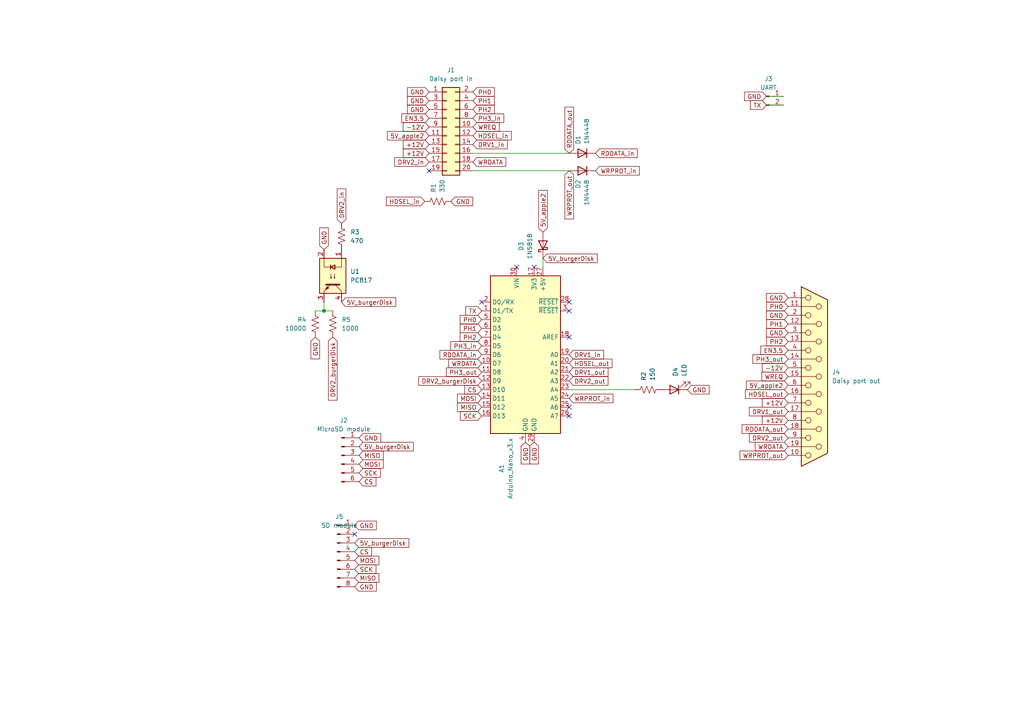
<source format=kicad_sch>
(kicad_sch (version 20230121) (generator eeschema)
  (paper "A4")
  (lib_symbols
    (symbol "Connector:Conn_01x02_Pin" (pin_names (offset 1.016) hide)
      (property "Reference" "J" (at 0 2.54 0))
      (property "Value" "Conn_01x02_Pin" (at 0 -5.08 0))
      (symbol "Conn_01x02_Pin_1_1"
        (polyline (pts (xy 1.27 -2.54) (xy 0.8636 -2.54)) (stroke (width 0.1524)))
        (polyline (pts (xy 1.27 0) (xy 0.8636 0)) (stroke (width 0.1524)))
        (rectangle (start 0.8636 -2.413) (end 0 -2.667) (stroke (width 0.1524)) (fill (type outline)))
        (rectangle (start 0.8636 0.127) (end 0 -0.127) (stroke (width 0.1524)) (fill (type outline)))
        (pin passive line (at 5.08 0 180) (length 3.81) (name "Pin_1") (number "1"))
        (pin passive line (at 5.08 -2.54 180) (length 3.81) (name "Pin_2") (number "2"))
      )
    )
    (symbol "Connector:Conn_01x06_Pin" (pin_names (offset 1.016) hide)
      (property "Reference" "J" (at 0 7.62 0))
      (property "Value" "Conn_01x06_Pin" (at 0 -10.16 0))
      (symbol "Conn_01x06_Pin_1_1"
        (polyline (pts (xy 1.27 -7.62) (xy 0.8636 -7.62)) (stroke (width 0.1524)))
        (polyline (pts (xy 1.27 -5.08) (xy 0.8636 -5.08)) (stroke (width 0.1524)))
        (polyline (pts (xy 1.27 -2.54) (xy 0.8636 -2.54)) (stroke (width 0.1524)))
        (polyline (pts (xy 1.27 0) (xy 0.8636 0)) (stroke (width 0.1524)))
        (polyline (pts (xy 1.27 2.54) (xy 0.8636 2.54)) (stroke (width 0.1524)))
        (polyline (pts (xy 1.27 5.08) (xy 0.8636 5.08)) (stroke (width 0.1524)))
        (rectangle (start 0.8636 -7.493) (end 0 -7.747) (stroke (width 0.1524)) (fill (type outline)))
        (rectangle (start 0.8636 -4.953) (end 0 -5.207) (stroke (width 0.1524)) (fill (type outline)))
        (rectangle (start 0.8636 -2.413) (end 0 -2.667) (stroke (width 0.1524)) (fill (type outline)))
        (rectangle (start 0.8636 0.127) (end 0 -0.127) (stroke (width 0.1524)) (fill (type outline)))
        (rectangle (start 0.8636 2.667) (end 0 2.413) (stroke (width 0.1524)) (fill (type outline)))
        (rectangle (start 0.8636 5.207) (end 0 4.953) (stroke (width 0.1524)) (fill (type outline)))
        (pin passive line (at 5.08 5.08 180) (length 3.81) (name "Pin_1") (number "1"))
        (pin passive line (at 5.08 2.54 180) (length 3.81) (name "Pin_2") (number "2"))
        (pin passive line (at 5.08 0 180) (length 3.81) (name "Pin_3") (number "3"))
        (pin passive line (at 5.08 -2.54 180) (length 3.81) (name "Pin_4") (number "4"))
        (pin passive line (at 5.08 -5.08 180) (length 3.81) (name "Pin_5") (number "5"))
        (pin passive line (at 5.08 -7.62 180) (length 3.81) (name "Pin_6") (number "6"))
      )
    )
    (symbol "Connector:Conn_01x08_Pin" (pin_names (offset 1.016) hide)
      (property "Reference" "J" (at 0 10.16 0))
      (property "Value" "Conn_01x08_Pin" (at 0 -12.7 0))
      (symbol "Conn_01x08_Pin_1_1"
        (polyline (pts (xy 1.27 -10.16) (xy 0.8636 -10.16)) (stroke (width 0.1524)))
        (polyline (pts (xy 1.27 -7.62) (xy 0.8636 -7.62)) (stroke (width 0.1524)))
        (polyline (pts (xy 1.27 -5.08) (xy 0.8636 -5.08)) (stroke (width 0.1524)))
        (polyline (pts (xy 1.27 -2.54) (xy 0.8636 -2.54)) (stroke (width 0.1524)))
        (polyline (pts (xy 1.27 0) (xy 0.8636 0)) (stroke (width 0.1524)))
        (polyline (pts (xy 1.27 2.54) (xy 0.8636 2.54)) (stroke (width 0.1524)))
        (polyline (pts (xy 1.27 5.08) (xy 0.8636 5.08)) (stroke (width 0.1524)))
        (polyline (pts (xy 1.27 7.62) (xy 0.8636 7.62)) (stroke (width 0.1524)))
        (rectangle (start 0.8636 -10.033) (end 0 -10.287) (stroke (width 0.1524)) (fill (type outline)))
        (rectangle (start 0.8636 -7.493) (end 0 -7.747) (stroke (width 0.1524)) (fill (type outline)))
        (rectangle (start 0.8636 -4.953) (end 0 -5.207) (stroke (width 0.1524)) (fill (type outline)))
        (rectangle (start 0.8636 -2.413) (end 0 -2.667) (stroke (width 0.1524)) (fill (type outline)))
        (rectangle (start 0.8636 0.127) (end 0 -0.127) (stroke (width 0.1524)) (fill (type outline)))
        (rectangle (start 0.8636 2.667) (end 0 2.413) (stroke (width 0.1524)) (fill (type outline)))
        (rectangle (start 0.8636 5.207) (end 0 4.953) (stroke (width 0.1524)) (fill (type outline)))
        (rectangle (start 0.8636 7.747) (end 0 7.493) (stroke (width 0.1524)) (fill (type outline)))
        (pin passive line (at 5.08 7.62 180) (length 3.81) (name "Pin_1") (number "1"))
        (pin passive line (at 5.08 5.08 180) (length 3.81) (name "Pin_2") (number "2"))
        (pin passive line (at 5.08 2.54 180) (length 3.81) (name "Pin_3") (number "3"))
        (pin passive line (at 5.08 0 180) (length 3.81) (name "Pin_4") (number "4"))
        (pin passive line (at 5.08 -2.54 180) (length 3.81) (name "Pin_5") (number "5"))
        (pin passive line (at 5.08 -5.08 180) (length 3.81) (name "Pin_6") (number "6"))
        (pin passive line (at 5.08 -7.62 180) (length 3.81) (name "Pin_7") (number "7"))
        (pin passive line (at 5.08 -10.16 180) (length 3.81) (name "Pin_8") (number "8"))
      )
    )
    (symbol "Connector_Generic:Conn_02x10_Odd_Even" (pin_names (offset 1.016) hide)
      (property "Reference" "J" (at 1.27 12.7 0))
      (property "Value" "Conn_02x10_Odd_Even" (at 1.27 -15.24 0))
      (symbol "Conn_02x10_Odd_Even_1_1"
        (rectangle (start -1.27 -12.573) (end 0 -12.827) (stroke (width 0.1524)))
        (rectangle (start -1.27 -10.033) (end 0 -10.287) (stroke (width 0.1524)))
        (rectangle (start -1.27 -7.493) (end 0 -7.747) (stroke (width 0.1524)))
        (rectangle (start -1.27 -4.953) (end 0 -5.207) (stroke (width 0.1524)))
        (rectangle (start -1.27 -2.413) (end 0 -2.667) (stroke (width 0.1524)))
        (rectangle (start -1.27 0.127) (end 0 -0.127) (stroke (width 0.1524)))
        (rectangle (start -1.27 2.667) (end 0 2.413) (stroke (width 0.1524)))
        (rectangle (start -1.27 5.207) (end 0 4.953) (stroke (width 0.1524)))
        (rectangle (start -1.27 7.747) (end 0 7.493) (stroke (width 0.1524)))
        (rectangle (start -1.27 10.287) (end 0 10.033) (stroke (width 0.1524)))
        (rectangle (start -1.27 11.43) (end 3.81 -13.97) (stroke (width 0.254)) (fill (type background)))
        (rectangle (start 3.81 -12.573) (end 2.54 -12.827) (stroke (width 0.1524)))
        (rectangle (start 3.81 -10.033) (end 2.54 -10.287) (stroke (width 0.1524)))
        (rectangle (start 3.81 -7.493) (end 2.54 -7.747) (stroke (width 0.1524)))
        (rectangle (start 3.81 -4.953) (end 2.54 -5.207) (stroke (width 0.1524)))
        (rectangle (start 3.81 -2.413) (end 2.54 -2.667) (stroke (width 0.1524)))
        (rectangle (start 3.81 0.127) (end 2.54 -0.127) (stroke (width 0.1524)))
        (rectangle (start 3.81 2.667) (end 2.54 2.413) (stroke (width 0.1524)))
        (rectangle (start 3.81 5.207) (end 2.54 4.953) (stroke (width 0.1524)))
        (rectangle (start 3.81 7.747) (end 2.54 7.493) (stroke (width 0.1524)))
        (rectangle (start 3.81 10.287) (end 2.54 10.033) (stroke (width 0.1524)))
        (pin passive line (at -5.08 10.16 0) (length 3.81) (name "Pin_1") (number "1"))
        (pin passive line (at 7.62 0 180) (length 3.81) (name "Pin_10") (number "10"))
        (pin passive line (at -5.08 -2.54 0) (length 3.81) (name "Pin_11") (number "11"))
        (pin passive line (at 7.62 -2.54 180) (length 3.81) (name "Pin_12") (number "12"))
        (pin passive line (at -5.08 -5.08 0) (length 3.81) (name "Pin_13") (number "13"))
        (pin passive line (at 7.62 -5.08 180) (length 3.81) (name "Pin_14") (number "14"))
        (pin passive line (at -5.08 -7.62 0) (length 3.81) (name "Pin_15") (number "15"))
        (pin passive line (at 7.62 -7.62 180) (length 3.81) (name "Pin_16") (number "16"))
        (pin passive line (at -5.08 -10.16 0) (length 3.81) (name "Pin_17") (number "17"))
        (pin passive line (at 7.62 -10.16 180) (length 3.81) (name "Pin_18") (number "18"))
        (pin passive line (at -5.08 -12.7 0) (length 3.81) (name "Pin_19") (number "19"))
        (pin passive line (at 7.62 10.16 180) (length 3.81) (name "Pin_2") (number "2"))
        (pin passive line (at 7.62 -12.7 180) (length 3.81) (name "Pin_20") (number "20"))
        (pin passive line (at -5.08 7.62 0) (length 3.81) (name "Pin_3") (number "3"))
        (pin passive line (at 7.62 7.62 180) (length 3.81) (name "Pin_4") (number "4"))
        (pin passive line (at -5.08 5.08 0) (length 3.81) (name "Pin_5") (number "5"))
        (pin passive line (at 7.62 5.08 180) (length 3.81) (name "Pin_6") (number "6"))
        (pin passive line (at -5.08 2.54 0) (length 3.81) (name "Pin_7") (number "7"))
        (pin passive line (at 7.62 2.54 180) (length 3.81) (name "Pin_8") (number "8"))
        (pin passive line (at -5.08 0 0) (length 3.81) (name "Pin_9") (number "9"))
      )
    )
    (symbol "Device:LED" (pin_numbers hide) (pin_names (offset 1.016) hide)
      (property "Reference" "D" (at 0 2.54 0))
      (property "Value" "LED" (at 0 -2.54 0))
      (symbol "LED_0_1"
        (polyline (pts (xy -1.27 -1.27) (xy -1.27 1.27)) (stroke (width 0.254)))
        (polyline (pts (xy -1.27 0) (xy 1.27 0)))
        (polyline (pts (xy 1.27 -1.27) (xy 1.27 1.27) (xy -1.27 0) (xy 1.27 -1.27)) (stroke (width 0.254)))
        (polyline (pts (xy -3.048 -0.762) (xy -4.572 -2.286) (xy -3.81 -2.286) (xy -4.572 -2.286) (xy -4.572 -1.524)))
        (polyline (pts (xy -1.778 -0.762) (xy -3.302 -2.286) (xy -2.54 -2.286) (xy -3.302 -2.286) (xy -3.302 -1.524)))
      )
      (symbol "LED_1_1"
        (pin passive line (at -3.81 0 0) (length 2.54) (name "K") (number "1"))
        (pin passive line (at 3.81 0 180) (length 2.54) (name "A") (number "2"))
      )
    )
    (symbol "Device:R_US" (pin_numbers hide) (pin_names (offset 0))
      (property "Reference" "R" (at 2.54 0 90))
      (property "Value" "R_US" (at -2.54 0 90))
      (symbol "R_US_0_1"
        (polyline (pts (xy 0 -2.286) (xy 0 -2.54)))
        (polyline (pts (xy 0 2.286) (xy 0 2.54)))
        (polyline (pts (xy 0 -0.762) (xy 1.016 -1.143) (xy 0 -1.524) (xy -1.016 -1.905) (xy 0 -2.286)))
        (polyline (pts (xy 0 0.762) (xy 1.016 0.381) (xy 0 0) (xy -1.016 -0.381) (xy 0 -0.762)))
        (polyline (pts (xy 0 2.286) (xy 1.016 1.905) (xy 0 1.524) (xy -1.016 1.143) (xy 0 0.762)))
      )
      (symbol "R_US_1_1"
        (pin passive line (at 0 3.81 270) (length 1.27) (name "~") (number "1"))
        (pin passive line (at 0 -3.81 90) (length 1.27) (name "~") (number "2"))
      )
    )
    (symbol "Diode:1N4448" (pin_numbers hide) (pin_names hide)
      (property "Reference" "D" (at 0 2.54 0))
      (property "Value" "1N4448" (at 0 -2.54 0))
      (symbol "1N4448_0_1"
        (polyline (pts (xy -1.27 1.27) (xy -1.27 -1.27)) (stroke (width 0.254)))
        (polyline (pts (xy 1.27 0) (xy -1.27 0)))
        (polyline (pts (xy 1.27 1.27) (xy 1.27 -1.27) (xy -1.27 0) (xy 1.27 1.27)) (stroke (width 0.254)))
      )
      (symbol "1N4448_1_1"
        (pin passive line (at -3.81 0 0) (length 2.54) (name "K") (number "1"))
        (pin passive line (at 3.81 0 180) (length 2.54) (name "A") (number "2"))
      )
    )
    (symbol "Diode:1N5818" (pin_numbers hide) (pin_names (offset 1.016) hide)
      (property "Reference" "D" (at 0 2.54 0))
      (property "Value" "1N5818" (at 0 -2.54 0))
      (symbol "1N5818_0_1"
        (polyline (pts (xy 1.27 0) (xy -1.27 0)))
        (polyline (pts (xy 1.27 1.27) (xy 1.27 -1.27) (xy -1.27 0) (xy 1.27 1.27)) (stroke (width 0.254)))
        (polyline (pts (xy -1.905 0.635) (xy -1.905 1.27) (xy -1.27 1.27) (xy -1.27 -1.27) (xy -0.635 -1.27) (xy -0.635 -0.635)) (stroke (width 0.254)))
      )
      (symbol "1N5818_1_1"
        (pin passive line (at -3.81 0 0) (length 2.54) (name "K") (number "1"))
        (pin passive line (at 3.81 0 180) (length 2.54) (name "A") (number "2"))
      )
    )
    (symbol "Isolator:PC817" (pin_names (offset 1.016))
      (property "Reference" "U" (at -5.08 5.08 0))
      (property "Value" "PC817" (at 0 5.08 0))
      (symbol "PC817_0_1"
        (rectangle (start -5.08 3.81) (end 5.08 -3.81) (stroke (width 0.254)) (fill (type background)))
        (polyline (pts (xy -3.175 -0.635) (xy -1.905 -0.635)) (stroke (width 0.254)))
        (polyline (pts (xy 2.54 0.635) (xy 4.445 2.54)))
        (polyline (pts (xy 4.445 -2.54) (xy 2.54 -0.635)) (fill (type outline)))
        (polyline (pts (xy 4.445 -2.54) (xy 5.08 -2.54)))
        (polyline (pts (xy 4.445 2.54) (xy 5.08 2.54)))
        (polyline (pts (xy -5.08 2.54) (xy -2.54 2.54) (xy -2.54 -0.635)))
        (polyline (pts (xy -2.54 -0.635) (xy -2.54 -2.54) (xy -5.08 -2.54)))
        (polyline (pts (xy 2.54 1.905) (xy 2.54 -1.905) (xy 2.54 -1.905)) (stroke (width 0.508)))
        (polyline (pts (xy -2.54 -0.635) (xy -3.175 0.635) (xy -1.905 0.635) (xy -2.54 -0.635)) (stroke (width 0.254)))
        (polyline (pts (xy -0.508 -0.508) (xy 0.762 -0.508) (xy 0.381 -0.635) (xy 0.381 -0.381) (xy 0.762 -0.508)))
        (polyline (pts (xy -0.508 0.508) (xy 0.762 0.508) (xy 0.381 0.381) (xy 0.381 0.635) (xy 0.762 0.508)))
        (polyline (pts (xy 3.048 -1.651) (xy 3.556 -1.143) (xy 4.064 -2.159) (xy 3.048 -1.651) (xy 3.048 -1.651)) (fill (type outline)))
      )
      (symbol "PC817_1_1"
        (pin passive line (at -7.62 2.54 0) (length 2.54) (name "~") (number "1"))
        (pin passive line (at -7.62 -2.54 0) (length 2.54) (name "~") (number "2"))
        (pin passive line (at 7.62 -2.54 180) (length 2.54) (name "~") (number "3"))
        (pin passive line (at 7.62 2.54 180) (length 2.54) (name "~") (number "4"))
      )
    )
    (symbol "MCU_Module:Arduino_Nano_v3.x"
      (property "Reference" "A" (at -10.16 23.495 0))
      (property "Value" "Arduino_Nano_v3.x" (at 5.08 -24.13 0))
      (symbol "Arduino_Nano_v3.x_0_1"
        (rectangle (start -10.16 22.86) (end 10.16 -22.86) (stroke (width 0.254)) (fill (type background)))
      )
      (symbol "Arduino_Nano_v3.x_1_1"
        (pin bidirectional line (at -12.7 12.7 0) (length 2.54) (name "D1/TX") (number "1"))
        (pin bidirectional line (at -12.7 -2.54 0) (length 2.54) (name "D7") (number "10"))
        (pin bidirectional line (at -12.7 -5.08 0) (length 2.54) (name "D8") (number "11"))
        (pin bidirectional line (at -12.7 -7.62 0) (length 2.54) (name "D9") (number "12"))
        (pin bidirectional line (at -12.7 -10.16 0) (length 2.54) (name "D10") (number "13"))
        (pin bidirectional line (at -12.7 -12.7 0) (length 2.54) (name "D11") (number "14"))
        (pin bidirectional line (at -12.7 -15.24 0) (length 2.54) (name "D12") (number "15"))
        (pin bidirectional line (at -12.7 -17.78 0) (length 2.54) (name "D13") (number "16"))
        (pin power_out line (at 2.54 25.4 270) (length 2.54) (name "3V3") (number "17"))
        (pin input line (at 12.7 5.08 180) (length 2.54) (name "AREF") (number "18"))
        (pin bidirectional line (at 12.7 0 180) (length 2.54) (name "A0") (number "19"))
        (pin bidirectional line (at -12.7 15.24 0) (length 2.54) (name "D0/RX") (number "2"))
        (pin bidirectional line (at 12.7 -2.54 180) (length 2.54) (name "A1") (number "20"))
        (pin bidirectional line (at 12.7 -5.08 180) (length 2.54) (name "A2") (number "21"))
        (pin bidirectional line (at 12.7 -7.62 180) (length 2.54) (name "A3") (number "22"))
        (pin bidirectional line (at 12.7 -10.16 180) (length 2.54) (name "A4") (number "23"))
        (pin bidirectional line (at 12.7 -12.7 180) (length 2.54) (name "A5") (number "24"))
        (pin bidirectional line (at 12.7 -15.24 180) (length 2.54) (name "A6") (number "25"))
        (pin bidirectional line (at 12.7 -17.78 180) (length 2.54) (name "A7") (number "26"))
        (pin power_out line (at 5.08 25.4 270) (length 2.54) (name "+5V") (number "27"))
        (pin input line (at 12.7 15.24 180) (length 2.54) (name "~{RESET}") (number "28"))
        (pin power_in line (at 2.54 -25.4 90) (length 2.54) (name "GND") (number "29"))
        (pin input line (at 12.7 12.7 180) (length 2.54) (name "~{RESET}") (number "3"))
        (pin power_in line (at -2.54 25.4 270) (length 2.54) (name "VIN") (number "30"))
        (pin power_in line (at 0 -25.4 90) (length 2.54) (name "GND") (number "4"))
        (pin bidirectional line (at -12.7 10.16 0) (length 2.54) (name "D2") (number "5"))
        (pin bidirectional line (at -12.7 7.62 0) (length 2.54) (name "D3") (number "6"))
        (pin bidirectional line (at -12.7 5.08 0) (length 2.54) (name "D4") (number "7"))
        (pin bidirectional line (at -12.7 2.54 0) (length 2.54) (name "D5") (number "8"))
        (pin bidirectional line (at -12.7 0 0) (length 2.54) (name "D6") (number "9"))
      )
    )
    (symbol "db19:DB19_Female" (pin_names (offset 1.016) hide)
      (property "Reference" "J" (at 0 26.67 0))
      (property "Value" "DB19_Female" (at 0 -27.94 0))
      (symbol "DB19_Female_0_1"
        (circle (center -1.778 -22.86) (radius 0.762))
        (circle (center -1.778 -17.78) (radius 0.762))
        (circle (center -1.778 -12.7) (radius 0.762))
        (circle (center -1.778 -7.62) (radius 0.762))
        (circle (center -1.778 -2.54) (radius 0.762))
        (circle (center -1.778 2.54) (radius 0.762))
        (circle (center -1.778 7.62) (radius 0.762))
        (circle (center -1.778 12.7) (radius 0.762))
        (circle (center -1.778 17.78) (radius 0.762))
        (circle (center -1.778 22.86) (radius 0.762))
        (polyline (pts (xy -3.81 -22.86) (xy -2.54 -22.86)))
        (polyline (pts (xy -3.81 -20.32) (xy 0.508 -20.32)))
        (polyline (pts (xy -3.81 -17.78) (xy -2.54 -17.78)))
        (polyline (pts (xy -3.81 -15.24) (xy 0.508 -15.24)))
        (polyline (pts (xy -3.81 -12.7) (xy -2.54 -12.7)))
        (polyline (pts (xy -3.81 -10.16) (xy 0.508 -10.16)))
        (polyline (pts (xy -3.81 -7.62) (xy -2.54 -7.62)))
        (polyline (pts (xy -3.81 -5.08) (xy 0.508 -5.08)))
        (polyline (pts (xy -3.81 -2.54) (xy -2.54 -2.54)))
        (polyline (pts (xy -3.81 0) (xy 0.508 0)))
        (polyline (pts (xy -3.81 2.54) (xy -2.54 2.54)))
        (polyline (pts (xy -3.81 5.08) (xy 0.508 5.08)))
        (polyline (pts (xy -3.81 7.62) (xy -2.54 7.62)))
        (polyline (pts (xy -3.81 10.16) (xy 0.508 10.16)))
        (polyline (pts (xy -3.81 12.7) (xy -2.54 12.7)))
        (polyline (pts (xy -3.81 15.24) (xy 0.508 15.24)))
        (polyline (pts (xy -3.81 17.78) (xy -2.54 17.78)))
        (polyline (pts (xy -3.81 20.32) (xy 0.508 20.32)))
        (polyline (pts (xy -3.81 22.86) (xy -2.54 22.86)))
        (polyline (pts (xy -3.81 26.035) (xy 3.81 22.225) (xy 3.81 -22.225) (xy -3.81 -26.035) (xy -3.81 26.035)) (stroke (width 0.254)) (fill (type background)))
        (circle (center 1.27 -20.32) (radius 0.762))
        (circle (center 1.27 -15.24) (radius 0.762))
        (circle (center 1.27 -10.16) (radius 0.762))
        (circle (center 1.27 -5.08) (radius 0.762))
        (circle (center 1.27 0) (radius 0.762))
        (circle (center 1.27 5.08) (radius 0.762))
        (circle (center 1.27 10.16) (radius 0.762))
        (circle (center 1.27 15.24) (radius 0.762))
        (circle (center 1.27 20.32) (radius 0.762))
      )
      (symbol "DB19_Female_1_1"
        (pin passive line (at -7.62 22.86 0) (length 3.81) (name "1") (number "1"))
        (pin passive line (at -7.62 -22.86 0) (length 3.81) (name "10") (number "10"))
        (pin passive line (at -7.62 20.32 0) (length 3.81) (name "P11") (number "11"))
        (pin passive line (at -7.62 15.24 0) (length 3.81) (name "P12") (number "12"))
        (pin passive line (at -7.62 10.16 0) (length 3.81) (name "P13") (number "13"))
        (pin passive line (at -7.62 5.08 0) (length 3.81) (name "P14") (number "14"))
        (pin passive line (at -7.62 0 0) (length 3.81) (name "P15") (number "15"))
        (pin passive line (at -7.62 -5.08 0) (length 3.81) (name "P16") (number "16"))
        (pin passive line (at -7.62 -10.16 0) (length 3.81) (name "P17") (number "17"))
        (pin passive line (at -7.62 -15.24 0) (length 3.81) (name "P18") (number "18"))
        (pin passive line (at -7.62 -20.32 0) (length 3.81) (name "P19") (number "19"))
        (pin passive line (at -7.62 17.78 0) (length 3.81) (name "2") (number "2"))
        (pin passive line (at -7.62 12.7 0) (length 3.81) (name "3") (number "3"))
        (pin passive line (at -7.62 7.62 0) (length 3.81) (name "4") (number "4"))
        (pin passive line (at -7.62 2.54 0) (length 3.81) (name "5") (number "5"))
        (pin passive line (at -7.62 -2.54 0) (length 3.81) (name "6") (number "6"))
        (pin passive line (at -7.62 -7.62 0) (length 3.81) (name "7") (number "7"))
        (pin passive line (at -7.62 -12.7 0) (length 3.81) (name "8") (number "8"))
        (pin passive line (at -7.62 -17.78 0) (length 3.81) (name "9") (number "9"))
      )
    )
  )
  (junction (at 93.98 90.17))
  (no_connect (at 165.1 90.17))
  (no_connect (at 154.94 77.47))
  (no_connect (at 165.1 120.65))
  (no_connect (at 165.1 87.63))
  (no_connect (at 102.87 154.94))
  (no_connect (at 165.1 97.79))
  (no_connect (at 139.7 87.63))
  (no_connect (at 165.1 118.11))
  (no_connect (at 149.86 77.47))
  (no_connect (at 124.46 49.53))
  (wire (pts (xy 184.15 113.03) (xy 165.1 113.03)))
  (wire (pts (xy 91.44 90.17) (xy 93.98 90.17)))
  (wire (pts (xy 165.1 49.53) (xy 137.16 49.53)))
  (wire (pts (xy 93.98 87.63) (xy 93.98 90.17)))
  (wire (pts (xy 93.98 90.17) (xy 96.52 90.17)))
  (wire (pts (xy 165.1 44.45) (xy 137.16 44.45)))
  (wire (pts (xy 222.25 30.48) (xy 227.33 30.48)))
  (wire (pts (xy 157.48 74.93) (xy 157.48 77.47)))
  (wire (pts (xy 222.25 27.94) (xy 227.33 27.94)))
  (global_label "PH2" (shape input) (at 137.16 31.75 0) (property "Intersheetrefs" "${INTERSHEET_REFS}" (effects hide)))
  (global_label "+12V" (shape input) (at 228.6 121.92 180) (property "Intersheetrefs" "${INTERSHEET_REFS}" (effects hide)))
  (global_label "PH1" (shape input) (at 139.7 95.25 180) (property "Intersheetrefs" "${INTERSHEET_REFS}" (effects hide)))
  (global_label "5V_burgerDisk" (shape input) (at 99.06 87.63 0) (property "Intersheetrefs" "${INTERSHEET_REFS}" (effects hide)))
  (global_label "WRDATA" (shape input) (at 228.6 129.54 180) (property "Intersheetrefs" "${INTERSHEET_REFS}" (effects hide)))
  (global_label "WRDATA" (shape input) (at 139.7 105.41 180) (property "Intersheetrefs" "${INTERSHEET_REFS}" (effects hide)))
  (global_label "GND" (shape input) (at 124.46 29.21 180) (property "Intersheetrefs" "${INTERSHEET_REFS}" (effects hide)))
  (global_label "GND" (shape input) (at 124.46 31.75 180) (property "Intersheetrefs" "${INTERSHEET_REFS}" (effects hide)))
  (global_label "PH0" (shape input) (at 139.7 92.71 180) (property "Intersheetrefs" "${INTERSHEET_REFS}" (effects hide)))
  (global_label "GND" (shape input) (at 152.4 128.27 270) (property "Intersheetrefs" "${INTERSHEET_REFS}" (effects hide)))
  (global_label "-12V" (shape input) (at 228.6 106.68 180) (property "Intersheetrefs" "${INTERSHEET_REFS}" (effects hide)))
  (global_label "DRV2_out" (shape input) (at 228.6 127 180) (property "Intersheetrefs" "${INTERSHEET_REFS}" (effects hide)))
  (global_label "GND" (shape input) (at 228.6 96.52 180) (property "Intersheetrefs" "${INTERSHEET_REFS}" (effects hide)))
  (global_label "WRPROT_in" (shape input) (at 172.72 49.53 0) (property "Intersheetrefs" "${INTERSHEET_REFS}" (effects hide)))
  (global_label "DRV2_burgerDisk" (shape input) (at 96.52 97.79 270) (property "Intersheetrefs" "${INTERSHEET_REFS}" (effects hide)))
  (global_label "GND" (shape input) (at 199.39 113.03 0) (property "Intersheetrefs" "${INTERSHEET_REFS}" (effects hide)))
  (global_label "PH3_out" (shape input) (at 139.7 107.95 180) (property "Intersheetrefs" "${INTERSHEET_REFS}" (effects hide)))
  (global_label "RDDATA_out" (shape input) (at 165.1 44.45 90) (property "Intersheetrefs" "${INTERSHEET_REFS}" (effects hide)))
  (global_label "HDSEL_in" (shape input) (at 137.16 39.37 0) (property "Intersheetrefs" "${INTERSHEET_REFS}" (effects hide)))
  (global_label "TX" (shape input) (at 139.7 90.17 180) (property "Intersheetrefs" "${INTERSHEET_REFS}" (effects hide)))
  (global_label "GND" (shape input) (at 154.94 128.27 270) (property "Intersheetrefs" "${INTERSHEET_REFS}" (effects hide)))
  (global_label "PH1" (shape input) (at 137.16 29.21 0) (property "Intersheetrefs" "${INTERSHEET_REFS}" (effects hide)))
  (global_label "RDDATA_in" (shape input) (at 172.72 44.45 0) (property "Intersheetrefs" "${INTERSHEET_REFS}" (effects hide)))
  (global_label "GND" (shape input) (at 130.81 58.42 0) (property "Intersheetrefs" "${INTERSHEET_REFS}" (effects hide)))
  (global_label "HDSEL_out" (shape input) (at 228.6 114.3 180) (property "Intersheetrefs" "${INTERSHEET_REFS}" (effects hide)))
  (global_label "PH0" (shape input) (at 137.16 26.67 0) (property "Intersheetrefs" "${INTERSHEET_REFS}" (effects hide)))
  (global_label "MISO" (shape input) (at 102.87 167.64 0) (property "Intersheetrefs" "${INTERSHEET_REFS}" (effects hide)))
  (global_label "5V_burgerDisk" (shape input) (at 157.48 74.93 0) (property "Intersheetrefs" "${INTERSHEET_REFS}" (effects hide)))
  (global_label "PH2" (shape input) (at 139.7 97.79 180) (property "Intersheetrefs" "${INTERSHEET_REFS}" (effects hide)))
  (global_label "DRV1_out" (shape input) (at 165.1 107.95 0) (property "Intersheetrefs" "${INTERSHEET_REFS}" (effects hide)))
  (global_label "RDDATA_in" (shape input) (at 139.7 102.87 180) (property "Intersheetrefs" "${INTERSHEET_REFS}" (effects hide)))
  (global_label "MOSI" (shape input) (at 102.87 162.56 0) (property "Intersheetrefs" "${INTERSHEET_REFS}" (effects hide)))
  (global_label "PH0" (shape input) (at 228.6 88.9 180) (property "Intersheetrefs" "${INTERSHEET_REFS}" (effects hide)))
  (global_label "GND" (shape input) (at 91.44 97.79 270) (property "Intersheetrefs" "${INTERSHEET_REFS}" (effects hide)))
  (global_label "DRV2_in" (shape input) (at 124.46 46.99 180) (property "Intersheetrefs" "${INTERSHEET_REFS}" (effects hide)))
  (global_label "GND" (shape input) (at 102.87 170.18 0) (property "Intersheetrefs" "${INTERSHEET_REFS}" (effects hide)))
  (global_label "DRV1_in" (shape input) (at 137.16 41.91 0) (property "Intersheetrefs" "${INTERSHEET_REFS}" (effects hide)))
  (global_label "HDSEL_out" (shape input) (at 165.1 105.41 0) (property "Intersheetrefs" "${INTERSHEET_REFS}" (effects hide)))
  (global_label "DRV2_out" (shape input) (at 165.1 110.49 0) (property "Intersheetrefs" "${INTERSHEET_REFS}" (effects hide)))
  (global_label "RDDATA_out" (shape input) (at 228.6 124.46 180) (property "Intersheetrefs" "${INTERSHEET_REFS}" (effects hide)))
  (global_label "GND" (shape input) (at 124.46 26.67 180) (property "Intersheetrefs" "${INTERSHEET_REFS}" (effects hide)))
  (global_label "DRV2_burgerDisk" (shape input) (at 139.7 110.49 180) (property "Intersheetrefs" "${INTERSHEET_REFS}" (effects hide)))
  (global_label "5V_burgerDisk" (shape input) (at 104.14 129.54 0) (property "Intersheetrefs" "${INTERSHEET_REFS}" (effects hide)))
  (global_label "HDSEL_in" (shape input) (at 123.19 58.42 180) (property "Intersheetrefs" "${INTERSHEET_REFS}" (effects hide)))
  (global_label "PH3_in" (shape input) (at 139.7 100.33 180) (property "Intersheetrefs" "${INTERSHEET_REFS}" (effects hide)))
  (global_label "GND" (shape input) (at 228.6 86.36 180) (property "Intersheetrefs" "${INTERSHEET_REFS}" (effects hide)))
  (global_label "5V_apple2" (shape input) (at 228.6 111.76 180) (property "Intersheetrefs" "${INTERSHEET_REFS}" (effects hide)))
  (global_label "SCK" (shape input) (at 104.14 137.16 0) (property "Intersheetrefs" "${INTERSHEET_REFS}" (effects hide)))
  (global_label "TX" (shape input) (at 222.25 30.48 180) (property "Intersheetrefs" "${INTERSHEET_REFS}" (effects hide)))
  (global_label "GND" (shape input) (at 228.6 91.44 180) (property "Intersheetrefs" "${INTERSHEET_REFS}" (effects hide)))
  (global_label "5V_burgerDisk" (shape input) (at 102.87 157.48 0) (property "Intersheetrefs" "${INTERSHEET_REFS}" (effects hide)))
  (global_label "-12V" (shape input) (at 124.46 36.83 180) (property "Intersheetrefs" "${INTERSHEET_REFS}" (effects hide)))
  (global_label "MISO" (shape input) (at 139.7 118.11 180) (property "Intersheetrefs" "${INTERSHEET_REFS}" (effects hide)))
  (global_label "WRDATA" (shape input) (at 137.16 46.99 0) (property "Intersheetrefs" "${INTERSHEET_REFS}" (effects hide)))
  (global_label "PH3_in" (shape input) (at 137.16 34.29 0) (property "Intersheetrefs" "${INTERSHEET_REFS}" (effects hide)))
  (global_label "WRPROT_out" (shape input) (at 165.1 49.53 270) (property "Intersheetrefs" "${INTERSHEET_REFS}" (effects hide)))
  (global_label "+12V" (shape input) (at 124.46 44.45 180) (property "Intersheetrefs" "${INTERSHEET_REFS}" (effects hide)))
  (global_label "DRV1_in" (shape input) (at 165.1 102.87 0) (property "Intersheetrefs" "${INTERSHEET_REFS}" (effects hide)))
  (global_label "CS" (shape input) (at 102.87 160.02 0) (property "Intersheetrefs" "${INTERSHEET_REFS}" (effects hide)))
  (global_label "WREQ" (shape input) (at 228.6 109.22 180) (property "Intersheetrefs" "${INTERSHEET_REFS}" (effects hide)))
  (global_label "DRV1_out" (shape input) (at 228.6 119.38 180) (property "Intersheetrefs" "${INTERSHEET_REFS}" (effects hide)))
  (global_label "PH2" (shape input) (at 228.6 99.06 180) (property "Intersheetrefs" "${INTERSHEET_REFS}" (effects hide)))
  (global_label "PH1" (shape input) (at 228.6 93.98 180) (property "Intersheetrefs" "${INTERSHEET_REFS}" (effects hide)))
  (global_label "EN3.5" (shape input) (at 228.6 101.6 180) (property "Intersheetrefs" "${INTERSHEET_REFS}" (effects hide)))
  (global_label "5V_apple2" (shape input) (at 157.48 67.31 90) (property "Intersheetrefs" "${INTERSHEET_REFS}" (effects hide)))
  (global_label "CS" (shape input) (at 104.14 139.7 0) (property "Intersheetrefs" "${INTERSHEET_REFS}" (effects hide)))
  (global_label "PH3_out" (shape input) (at 228.6 104.14 180) (property "Intersheetrefs" "${INTERSHEET_REFS}" (effects hide)))
  (global_label "MISO" (shape input) (at 104.14 132.08 0) (property "Intersheetrefs" "${INTERSHEET_REFS}" (effects hide)))
  (global_label "5V_apple2" (shape input) (at 124.46 39.37 180) (property "Intersheetrefs" "${INTERSHEET_REFS}" (effects hide)))
  (global_label "GND" (shape input) (at 93.98 72.39 90) (property "Intersheetrefs" "${INTERSHEET_REFS}" (effects hide)))
  (global_label "+12V" (shape input) (at 228.6 116.84 180) (property "Intersheetrefs" "${INTERSHEET_REFS}" (effects hide)))
  (global_label "MOSI" (shape input) (at 139.7 115.57 180) (property "Intersheetrefs" "${INTERSHEET_REFS}" (effects hide)))
  (global_label "GND" (shape input) (at 104.14 127 0) (property "Intersheetrefs" "${INTERSHEET_REFS}" (effects hide)))
  (global_label "WRPROT_in" (shape input) (at 165.1 115.57 0) (property "Intersheetrefs" "${INTERSHEET_REFS}" (effects hide)))
  (global_label "MOSI" (shape input) (at 104.14 134.62 0) (property "Intersheetrefs" "${INTERSHEET_REFS}" (effects hide)))
  (global_label "WREQ" (shape input) (at 137.16 36.83 0) (property "Intersheetrefs" "${INTERSHEET_REFS}" (effects hide)))
  (global_label "EN3.5" (shape input) (at 124.46 34.29 180) (property "Intersheetrefs" "${INTERSHEET_REFS}" (effects hide)))
  (global_label "GND" (shape input) (at 102.87 152.4 0) (property "Intersheetrefs" "${INTERSHEET_REFS}" (effects hide)))
  (global_label "SCK" (shape input) (at 102.87 165.1 0) (property "Intersheetrefs" "${INTERSHEET_REFS}" (effects hide)))
  (global_label "CS" (shape input) (at 139.7 113.03 180) (property "Intersheetrefs" "${INTERSHEET_REFS}" (effects hide)))
  (global_label "WRPROT_out" (shape input) (at 228.6 132.08 180) (property "Intersheetrefs" "${INTERSHEET_REFS}" (effects hide)))
  (global_label "SCK" (shape input) (at 139.7 120.65 180) (property "Intersheetrefs" "${INTERSHEET_REFS}" (effects hide)))
  (global_label "DRV2_in" (shape input) (at 99.06 64.77 90) (property "Intersheetrefs" "${INTERSHEET_REFS}" (effects hide)))
  (global_label "+12V" (shape input) (at 124.46 41.91 180) (property "Intersheetrefs" "${INTERSHEET_REFS}" (effects hide)))
  (global_label "GND" (shape input) (at 222.25 27.94 180) (property "Intersheetrefs" "${INTERSHEET_REFS}" (effects hide)))
  (symbol (lib_id "Connector:Conn_01x02_Pin") (at 222.25 27.94 0) (unit 1)
    (property "Reference" "J3" (at 222.885 22.86 0))
    (property "Value" "UART" (at 222.885 25.4 0))
    (property "Footprint" "Connector_PinHeader_2.54mm:PinHeader_1x02_P2.54mm_Vertical" (effects hide))
    (property "LCSC" "C6273326" (effects hide))
  )
  (symbol (lib_id "db19:DB19_Female") (at 236.22 109.22 0) (unit 1)
    (property "Reference" "J4" (at 241.3 107.95 0) (effects (justify left)))
    (property "Value" "Daisy port out" (at 241.3 110.49 0) (effects (justify left)))
    (property "Footprint" "DSUB-19-soldertype:DSUB-19_Female_EdgeMount_Pitch2.77mm" (effects hide))
  )
  (symbol (lib_id "Diode:1N4448") (at 168.91 49.53 180) (unit 1)
    (property "Reference" "D2" (at 167.64 52.07 90) (effects (justify left)))
    (property "Value" "1N4448" (at 170.18 52.07 90) (effects (justify left)))
    (property "Footprint" "Diode_THT:D_DO-35_SOD27_P7.62mm_Horizontal" (effects hide))
    (property "Datasheet" "https://assets.nexperia.com/documents/data-sheet/1N4148_1N4448.pdf" (effects hide))
    (property "Sim.Device" "D" (effects hide))
    (property "Sim.Pins" "1=K 2=A" (effects hide))
    (property "LCSC" "C258170" (effects hide))
  )
  (symbol (lib_id "Device:R_US") (at 91.44 93.98 0) (unit 1)
    (property "Reference" "R4" (at 88.9 92.71 0) (effects (justify right)))
    (property "Value" "10000" (at 88.9 95.25 0) (effects (justify right)))
    (property "Footprint" "Resistor_THT:R_Axial_DIN0207_L6.3mm_D2.5mm_P7.62mm_Horizontal" (effects hide))
    (property "LCSC" "C57436" (effects hide))
  )
  (symbol (lib_id "Connector:Conn_01x06_Pin") (at 99.06 132.08 0) (unit 1)
    (property "Reference" "J2" (at 99.695 121.92 0))
    (property "Value" "MicroSD module" (at 99.695 124.46 0))
    (property "Footprint" "Connector_PinHeader_2.54mm:PinHeader_1x06_P2.54mm_Vertical" (effects hide))
    (property "LCSC" "C6209271" (effects hide))
  )
  (symbol (lib_id "Device:R_US") (at 99.06 68.58 180) (unit 1)
    (property "Reference" "R3" (at 101.6 67.31 0) (effects (justify right)))
    (property "Value" "470" (at 101.6 69.85 0) (effects (justify right)))
    (property "Footprint" "Resistor_THT:R_Axial_DIN0309_L9.0mm_D3.2mm_P12.70mm_Horizontal" (effects hide))
    (property "LCSC" "C61239" (effects hide))
  )
  (symbol (lib_id "Device:LED") (at 195.58 113.03 180) (unit 1)
    (property "Reference" "D4" (at 195.8975 109.22 90) (effects (justify right)))
    (property "Value" "LED" (at 198.4375 109.22 90) (effects (justify right)))
    (property "Footprint" "Connector_PinHeader_2.54mm:PinHeader_1x02_P2.54mm_Vertical" (effects hide))
    (property "LCSC" "C6273326" (effects hide))
  )
  (symbol (lib_id "Connector_Generic:Conn_02x10_Odd_Even") (at 129.54 36.83 0) (unit 1)
    (property "Reference" "J1" (at 130.81 20.32 0))
    (property "Value" "Daisy port in" (at 130.81 22.86 0))
    (property "Footprint" "Connector_IDC:IDC-Header_2x10_P2.54mm_Vertical" (effects hide))
    (property "LCSC" "C17463886" (effects hide))
  )
  (symbol (lib_id "Isolator:PC817") (at 96.52 80.01 270) (unit 1)
    (property "Reference" "U1" (at 101.6 78.74 90) (effects (justify left)))
    (property "Value" "PC817" (at 101.6 81.28 90) (effects (justify left)))
    (property "Footprint" "Package_DIP:DIP-4_W7.62mm" (effects hide))
    (property "Datasheet" "http://www.soselectronic.cz/a_info/resource/d/pc817.pdf" (effects hide))
    (property "LCSC" "C5350" (effects hide))
  )
  (symbol (lib_id "Device:R_US") (at 187.96 113.03 270) (unit 1)
    (property "Reference" "R2" (at 186.69 110.49 0) (effects (justify right)))
    (property "Value" "150" (at 189.23 110.49 0) (effects (justify right)))
    (property "Footprint" "Resistor_THT:R_Axial_DIN0207_L6.3mm_D2.5mm_P7.62mm_Horizontal" (effects hide))
    (property "LCSC" "C58668" (effects hide))
  )
  (symbol (lib_id "MCU_Module:Arduino_Nano_v3.x") (at 152.4 102.87 0) (unit 1)
    (property "Reference" "A1" (at 145.4719 135.89 90))
    (property "Value" "Arduino_Nano_v3.x" (at 148.0119 135.89 90))
    (property "Footprint" "Module:Arduino_Nano" (effects hide))
    (property "Datasheet" "http://www.mouser.com/pdfdocs/Gravitech_Arduino_Nano3_0.pdf" (effects hide))
  )
  (symbol (lib_id "Device:R_US") (at 127 58.42 270) (unit 1)
    (property "Reference" "R1" (at 125.73 55.88 0) (effects (justify right)))
    (property "Value" "330" (at 128.27 55.88 0) (effects (justify right)))
    (property "Footprint" "Resistor_THT:R_Axial_DIN0207_L6.3mm_D2.5mm_P7.62mm_Horizontal" (effects hide))
    (property "LCSC" "C58608" (effects hide))
  )
  (symbol (lib_id "Diode:1N5818") (at 157.48 71.12 90) (unit 1)
    (property "Reference" "D3" (at 151.13 71.4375 0))
    (property "Value" "1N5818" (at 153.67 71.4375 0))
    (property "Footprint" "Diode_THT:D_DO-41_SOD81_P7.62mm_Horizontal" (effects hide))
    (property "Datasheet" "http://www.vishay.com/docs/88525/1n5817.pdf" (effects hide))
    (property "LCSC" "C402217" (effects hide))
  )
  (symbol (lib_id "Device:R_US") (at 96.52 93.98 0) (unit 1)
    (property "Reference" "R5" (at 99.06 92.71 0) (effects (justify left)))
    (property "Value" "1000" (at 99.06 95.25 0) (effects (justify left)))
    (property "Footprint" "Resistor_THT:R_Axial_DIN0207_L6.3mm_D2.5mm_P7.62mm_Horizontal" (effects hide))
    (property "LCSC" "C57435" (effects hide))
  )
  (symbol (lib_id "Diode:1N4448") (at 168.91 44.45 180) (unit 1)
    (property "Reference" "D1" (at 167.64 41.91 90) (effects (justify right)))
    (property "Value" "1N4448" (at 170.18 41.91 90) (effects (justify right)))
    (property "Footprint" "Diode_THT:D_DO-35_SOD27_P7.62mm_Horizontal" (effects hide))
    (property "Datasheet" "https://assets.nexperia.com/documents/data-sheet/1N4148_1N4448.pdf" (effects hide))
    (property "Sim.Device" "D" (effects hide))
    (property "Sim.Pins" "1=K 2=A" (effects hide))
    (property "LCSC" "C258170" (effects hide))
  )
  (symbol (lib_id "Connector:Conn_01x08_Pin") (at 97.79 160.02 0) (unit 1)
    (property "Reference" "J5" (at 98.425 149.86 0))
    (property "Value" "SD module" (at 98.425 152.4 0))
    (property "Footprint" "Connector_PinHeader_2.54mm:PinHeader_1x08_P2.54mm_Vertical" (effects hide))
    (property "LCSC" "C6209271" (effects hide))
  )
)
</source>
